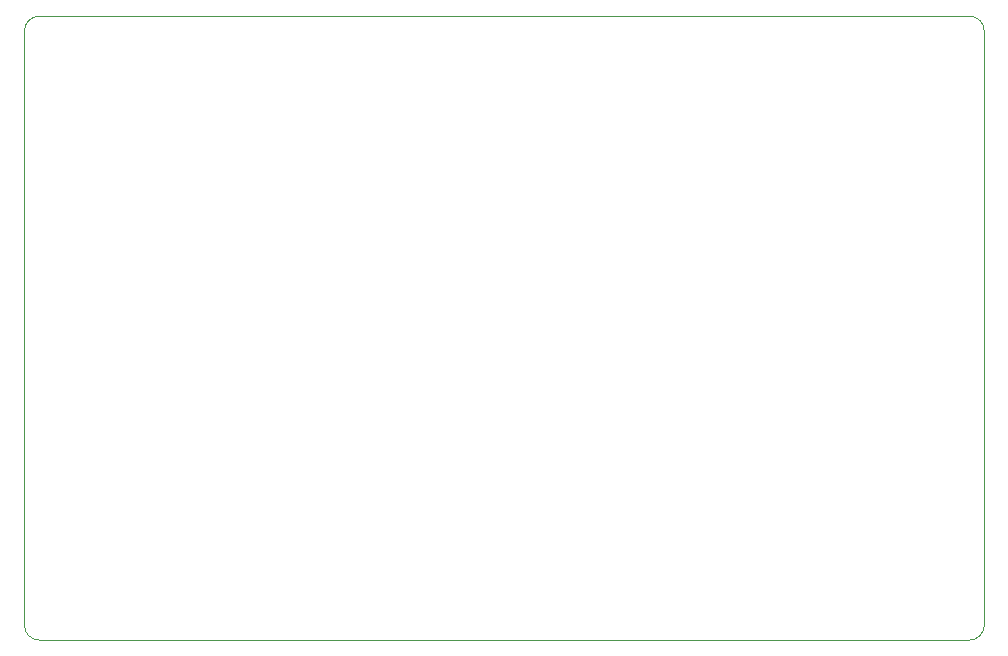
<source format=gbr>
G04 #@! TF.GenerationSoftware,KiCad,Pcbnew,(5.1.5-0-10_14)*
G04 #@! TF.CreationDate,2019-12-31T01:38:16-08:00*
G04 #@! TF.ProjectId,Glue Board,476c7565-2042-46f6-9172-642e6b696361,rev?*
G04 #@! TF.SameCoordinates,Original*
G04 #@! TF.FileFunction,Profile,NP*
%FSLAX46Y46*%
G04 Gerber Fmt 4.6, Leading zero omitted, Abs format (unit mm)*
G04 Created by KiCad (PCBNEW (5.1.5-0-10_14)) date 2019-12-31 01:38:16*
%MOMM*%
%LPD*%
G04 APERTURE LIST*
%ADD10C,0.050000*%
G04 APERTURE END LIST*
D10*
X162560000Y-47752000D02*
G75*
G02X163830000Y-46482000I1270000J0D01*
G01*
X163830000Y-99314000D02*
G75*
G02X162560000Y-98044000I0J1270000D01*
G01*
X243840000Y-98044000D02*
G75*
G02X242570000Y-99314000I-1270000J0D01*
G01*
X242570000Y-46482000D02*
G75*
G02X243840000Y-47752000I0J-1270000D01*
G01*
X162560000Y-47752000D02*
X162560000Y-98044000D01*
X242570000Y-46482000D02*
X163830000Y-46482000D01*
X242570000Y-99314000D02*
X163830000Y-99314000D01*
X243840000Y-47752000D02*
X243840000Y-98044000D01*
M02*

</source>
